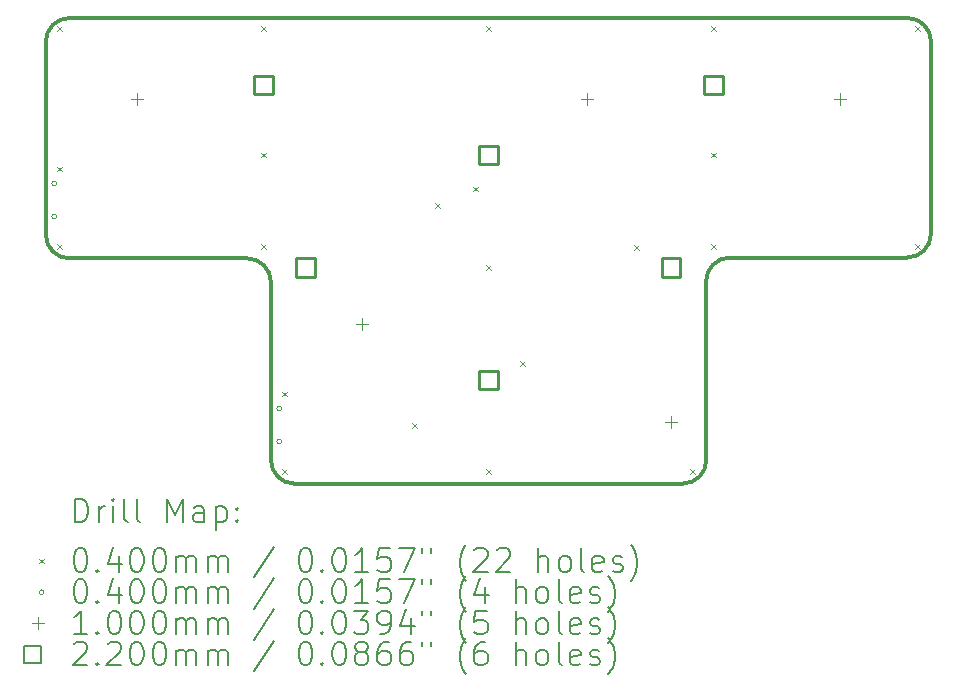
<source format=gbr>
%TF.GenerationSoftware,KiCad,Pcbnew,8.0.5*%
%TF.CreationDate,2024-09-18T06:53:53+09:00*%
%TF.ProjectId,SandyLP_Top,53616e64-794c-4505-9f54-6f702e6b6963,v.0*%
%TF.SameCoordinates,Original*%
%TF.FileFunction,Drillmap*%
%TF.FilePolarity,Positive*%
%FSLAX45Y45*%
G04 Gerber Fmt 4.5, Leading zero omitted, Abs format (unit mm)*
G04 Created by KiCad (PCBNEW 8.0.5) date 2024-09-18 06:53:53*
%MOMM*%
%LPD*%
G01*
G04 APERTURE LIST*
%ADD10C,0.300000*%
%ADD11C,0.200000*%
%ADD12C,0.100000*%
%ADD13C,0.220000*%
G04 APERTURE END LIST*
D10*
X12050531Y-5280337D02*
X12050531Y-3644707D01*
X12250531Y-5480337D02*
X13755531Y-5480337D01*
X13955531Y-7187626D02*
X13955531Y-5680336D01*
X14155531Y-7387626D02*
X17443022Y-7387415D01*
X17643022Y-7187415D02*
X17640531Y-5674258D01*
X17840531Y-5474258D02*
X19344281Y-5473258D01*
X19344281Y-3444707D02*
X12250531Y-3444707D01*
X19544281Y-5273258D02*
X19544281Y-3644707D01*
X12050531Y-3644707D02*
G75*
G02*
X12250531Y-3444707I200000J0D01*
G01*
X12250531Y-5480337D02*
G75*
G02*
X12050531Y-5280337I0J200000D01*
G01*
X13755531Y-5480337D02*
G75*
G02*
X13955531Y-5680336I0J-200000D01*
G01*
X14155531Y-7387626D02*
G75*
G02*
X13955531Y-7187626I0J200000D01*
G01*
X17640531Y-5674258D02*
G75*
G02*
X17840531Y-5474259I199994J5D01*
G01*
X17643022Y-7187415D02*
G75*
G02*
X17443022Y-7387415I-199992J-8D01*
G01*
X19344281Y-3444707D02*
G75*
G02*
X19544274Y-3644707I0J-199993D01*
G01*
X19544281Y-5273258D02*
G75*
G02*
X19344281Y-5473261I-200010J7D01*
G01*
D11*
D12*
X12146625Y-3513778D02*
X12186625Y-3553778D01*
X12186625Y-3513778D02*
X12146625Y-3553778D01*
X12146625Y-4704404D02*
X12186625Y-4744404D01*
X12186625Y-4704404D02*
X12146625Y-4744404D01*
X12146625Y-5359248D02*
X12186625Y-5399248D01*
X12186625Y-5359248D02*
X12146625Y-5399248D01*
X13873033Y-3513778D02*
X13913033Y-3553778D01*
X13913033Y-3513778D02*
X13873033Y-3553778D01*
X13873033Y-4585341D02*
X13913033Y-4625341D01*
X13913033Y-4585341D02*
X13873033Y-4625341D01*
X13873033Y-5359248D02*
X13913033Y-5399248D01*
X13913033Y-5359248D02*
X13873033Y-5399248D01*
X14051626Y-6609405D02*
X14091626Y-6649405D01*
X14091626Y-6609405D02*
X14051626Y-6649405D01*
X14051626Y-7264250D02*
X14091626Y-7304250D01*
X14091626Y-7264250D02*
X14051626Y-7304250D01*
X15153031Y-6877215D02*
X15193031Y-6917215D01*
X15193031Y-6877215D02*
X15153031Y-6917215D01*
X15348031Y-5015341D02*
X15388031Y-5055341D01*
X15388031Y-5015341D02*
X15348031Y-5055341D01*
X15668031Y-4872841D02*
X15708031Y-4912841D01*
X15708031Y-4872841D02*
X15668031Y-4912841D01*
X15778034Y-3513778D02*
X15818034Y-3553778D01*
X15818034Y-3513778D02*
X15778034Y-3553778D01*
X15778034Y-5537842D02*
X15818034Y-5577842D01*
X15818034Y-5537842D02*
X15778034Y-5577842D01*
X15778034Y-7264250D02*
X15818034Y-7304250D01*
X15818034Y-7264250D02*
X15778034Y-7304250D01*
X16068031Y-6352840D02*
X16108031Y-6392840D01*
X16108031Y-6352840D02*
X16068031Y-6392840D01*
X17030531Y-5367841D02*
X17070531Y-5407841D01*
X17070531Y-5367841D02*
X17030531Y-5407841D01*
X17504442Y-7264250D02*
X17544442Y-7304250D01*
X17544442Y-7264250D02*
X17504442Y-7304250D01*
X17683036Y-3513778D02*
X17723036Y-3553778D01*
X17723036Y-3513778D02*
X17683036Y-3553778D01*
X17683036Y-4585341D02*
X17723036Y-4625341D01*
X17723036Y-4585341D02*
X17683036Y-4625341D01*
X17683036Y-5359248D02*
X17723036Y-5399248D01*
X17723036Y-5359248D02*
X17683036Y-5399248D01*
X19409444Y-3513778D02*
X19449444Y-3553778D01*
X19449444Y-3513778D02*
X19409444Y-3553778D01*
X19409444Y-5359248D02*
X19449444Y-5399248D01*
X19449444Y-5359248D02*
X19409444Y-5399248D01*
X12140531Y-4845341D02*
G75*
G02*
X12100531Y-4845341I-20000J0D01*
G01*
X12100531Y-4845341D02*
G75*
G02*
X12140531Y-4845341I20000J0D01*
G01*
X12140531Y-5125341D02*
G75*
G02*
X12100531Y-5125341I-20000J0D01*
G01*
X12100531Y-5125341D02*
G75*
G02*
X12140531Y-5125341I20000J0D01*
G01*
X14045531Y-6750340D02*
G75*
G02*
X14005531Y-6750340I-20000J0D01*
G01*
X14005531Y-6750340D02*
G75*
G02*
X14045531Y-6750340I20000J0D01*
G01*
X14045531Y-7030340D02*
G75*
G02*
X14005531Y-7030340I-20000J0D01*
G01*
X14005531Y-7030340D02*
G75*
G02*
X14045531Y-7030340I20000J0D01*
G01*
X12821468Y-4079090D02*
X12821468Y-4179090D01*
X12771468Y-4129090D02*
X12871468Y-4129090D01*
X14726468Y-5984090D02*
X14726468Y-6084090D01*
X14676468Y-6034090D02*
X14776468Y-6034090D01*
X16631468Y-4079090D02*
X16631468Y-4179090D01*
X16581468Y-4129090D02*
X16681468Y-4129090D01*
X17345844Y-6817528D02*
X17345844Y-6917528D01*
X17295844Y-6867528D02*
X17395844Y-6867528D01*
X18774594Y-4079090D02*
X18774594Y-4179090D01*
X18724594Y-4129090D02*
X18824594Y-4129090D01*
D13*
X13970813Y-4087810D02*
X13970813Y-3932245D01*
X13815248Y-3932245D01*
X13815248Y-4087810D01*
X13970813Y-4087810D01*
X14328001Y-5635623D02*
X14328001Y-5480058D01*
X14172436Y-5480058D01*
X14172436Y-5635623D01*
X14328001Y-5635623D01*
X15875813Y-4683123D02*
X15875813Y-4527558D01*
X15720248Y-4527558D01*
X15720248Y-4683123D01*
X15875813Y-4683123D01*
X15875813Y-6588123D02*
X15875813Y-6432558D01*
X15720248Y-6432558D01*
X15720248Y-6588123D01*
X15875813Y-6588123D01*
X17423626Y-5635623D02*
X17423626Y-5480058D01*
X17268061Y-5480058D01*
X17268061Y-5635623D01*
X17423626Y-5635623D01*
X17780814Y-4087810D02*
X17780814Y-3932245D01*
X17625249Y-3932245D01*
X17625249Y-4087810D01*
X17780814Y-4087810D01*
D11*
X12296308Y-7714110D02*
X12296308Y-7514110D01*
X12296308Y-7514110D02*
X12343927Y-7514110D01*
X12343927Y-7514110D02*
X12372498Y-7523633D01*
X12372498Y-7523633D02*
X12391546Y-7542681D01*
X12391546Y-7542681D02*
X12401070Y-7561729D01*
X12401070Y-7561729D02*
X12410593Y-7599824D01*
X12410593Y-7599824D02*
X12410593Y-7628395D01*
X12410593Y-7628395D02*
X12401070Y-7666490D01*
X12401070Y-7666490D02*
X12391546Y-7685538D01*
X12391546Y-7685538D02*
X12372498Y-7704586D01*
X12372498Y-7704586D02*
X12343927Y-7714110D01*
X12343927Y-7714110D02*
X12296308Y-7714110D01*
X12496308Y-7714110D02*
X12496308Y-7580776D01*
X12496308Y-7618871D02*
X12505832Y-7599824D01*
X12505832Y-7599824D02*
X12515355Y-7590300D01*
X12515355Y-7590300D02*
X12534403Y-7580776D01*
X12534403Y-7580776D02*
X12553451Y-7580776D01*
X12620117Y-7714110D02*
X12620117Y-7580776D01*
X12620117Y-7514110D02*
X12610593Y-7523633D01*
X12610593Y-7523633D02*
X12620117Y-7533157D01*
X12620117Y-7533157D02*
X12629641Y-7523633D01*
X12629641Y-7523633D02*
X12620117Y-7514110D01*
X12620117Y-7514110D02*
X12620117Y-7533157D01*
X12743927Y-7714110D02*
X12724879Y-7704586D01*
X12724879Y-7704586D02*
X12715355Y-7685538D01*
X12715355Y-7685538D02*
X12715355Y-7514110D01*
X12848689Y-7714110D02*
X12829641Y-7704586D01*
X12829641Y-7704586D02*
X12820117Y-7685538D01*
X12820117Y-7685538D02*
X12820117Y-7514110D01*
X13077260Y-7714110D02*
X13077260Y-7514110D01*
X13077260Y-7514110D02*
X13143927Y-7656967D01*
X13143927Y-7656967D02*
X13210593Y-7514110D01*
X13210593Y-7514110D02*
X13210593Y-7714110D01*
X13391546Y-7714110D02*
X13391546Y-7609348D01*
X13391546Y-7609348D02*
X13382022Y-7590300D01*
X13382022Y-7590300D02*
X13362974Y-7580776D01*
X13362974Y-7580776D02*
X13324879Y-7580776D01*
X13324879Y-7580776D02*
X13305832Y-7590300D01*
X13391546Y-7704586D02*
X13372498Y-7714110D01*
X13372498Y-7714110D02*
X13324879Y-7714110D01*
X13324879Y-7714110D02*
X13305832Y-7704586D01*
X13305832Y-7704586D02*
X13296308Y-7685538D01*
X13296308Y-7685538D02*
X13296308Y-7666490D01*
X13296308Y-7666490D02*
X13305832Y-7647443D01*
X13305832Y-7647443D02*
X13324879Y-7637919D01*
X13324879Y-7637919D02*
X13372498Y-7637919D01*
X13372498Y-7637919D02*
X13391546Y-7628395D01*
X13486784Y-7580776D02*
X13486784Y-7780776D01*
X13486784Y-7590300D02*
X13505832Y-7580776D01*
X13505832Y-7580776D02*
X13543927Y-7580776D01*
X13543927Y-7580776D02*
X13562974Y-7590300D01*
X13562974Y-7590300D02*
X13572498Y-7599824D01*
X13572498Y-7599824D02*
X13582022Y-7618871D01*
X13582022Y-7618871D02*
X13582022Y-7676014D01*
X13582022Y-7676014D02*
X13572498Y-7695062D01*
X13572498Y-7695062D02*
X13562974Y-7704586D01*
X13562974Y-7704586D02*
X13543927Y-7714110D01*
X13543927Y-7714110D02*
X13505832Y-7714110D01*
X13505832Y-7714110D02*
X13486784Y-7704586D01*
X13667736Y-7695062D02*
X13677260Y-7704586D01*
X13677260Y-7704586D02*
X13667736Y-7714110D01*
X13667736Y-7714110D02*
X13658213Y-7704586D01*
X13658213Y-7704586D02*
X13667736Y-7695062D01*
X13667736Y-7695062D02*
X13667736Y-7714110D01*
X13667736Y-7590300D02*
X13677260Y-7599824D01*
X13677260Y-7599824D02*
X13667736Y-7609348D01*
X13667736Y-7609348D02*
X13658213Y-7599824D01*
X13658213Y-7599824D02*
X13667736Y-7590300D01*
X13667736Y-7590300D02*
X13667736Y-7609348D01*
D12*
X11995531Y-8022626D02*
X12035531Y-8062626D01*
X12035531Y-8022626D02*
X11995531Y-8062626D01*
D11*
X12334403Y-7934110D02*
X12353451Y-7934110D01*
X12353451Y-7934110D02*
X12372498Y-7943633D01*
X12372498Y-7943633D02*
X12382022Y-7953157D01*
X12382022Y-7953157D02*
X12391546Y-7972205D01*
X12391546Y-7972205D02*
X12401070Y-8010300D01*
X12401070Y-8010300D02*
X12401070Y-8057919D01*
X12401070Y-8057919D02*
X12391546Y-8096014D01*
X12391546Y-8096014D02*
X12382022Y-8115062D01*
X12382022Y-8115062D02*
X12372498Y-8124586D01*
X12372498Y-8124586D02*
X12353451Y-8134110D01*
X12353451Y-8134110D02*
X12334403Y-8134110D01*
X12334403Y-8134110D02*
X12315355Y-8124586D01*
X12315355Y-8124586D02*
X12305832Y-8115062D01*
X12305832Y-8115062D02*
X12296308Y-8096014D01*
X12296308Y-8096014D02*
X12286784Y-8057919D01*
X12286784Y-8057919D02*
X12286784Y-8010300D01*
X12286784Y-8010300D02*
X12296308Y-7972205D01*
X12296308Y-7972205D02*
X12305832Y-7953157D01*
X12305832Y-7953157D02*
X12315355Y-7943633D01*
X12315355Y-7943633D02*
X12334403Y-7934110D01*
X12486784Y-8115062D02*
X12496308Y-8124586D01*
X12496308Y-8124586D02*
X12486784Y-8134110D01*
X12486784Y-8134110D02*
X12477260Y-8124586D01*
X12477260Y-8124586D02*
X12486784Y-8115062D01*
X12486784Y-8115062D02*
X12486784Y-8134110D01*
X12667736Y-8000776D02*
X12667736Y-8134110D01*
X12620117Y-7924586D02*
X12572498Y-8067443D01*
X12572498Y-8067443D02*
X12696308Y-8067443D01*
X12810593Y-7934110D02*
X12829641Y-7934110D01*
X12829641Y-7934110D02*
X12848689Y-7943633D01*
X12848689Y-7943633D02*
X12858213Y-7953157D01*
X12858213Y-7953157D02*
X12867736Y-7972205D01*
X12867736Y-7972205D02*
X12877260Y-8010300D01*
X12877260Y-8010300D02*
X12877260Y-8057919D01*
X12877260Y-8057919D02*
X12867736Y-8096014D01*
X12867736Y-8096014D02*
X12858213Y-8115062D01*
X12858213Y-8115062D02*
X12848689Y-8124586D01*
X12848689Y-8124586D02*
X12829641Y-8134110D01*
X12829641Y-8134110D02*
X12810593Y-8134110D01*
X12810593Y-8134110D02*
X12791546Y-8124586D01*
X12791546Y-8124586D02*
X12782022Y-8115062D01*
X12782022Y-8115062D02*
X12772498Y-8096014D01*
X12772498Y-8096014D02*
X12762974Y-8057919D01*
X12762974Y-8057919D02*
X12762974Y-8010300D01*
X12762974Y-8010300D02*
X12772498Y-7972205D01*
X12772498Y-7972205D02*
X12782022Y-7953157D01*
X12782022Y-7953157D02*
X12791546Y-7943633D01*
X12791546Y-7943633D02*
X12810593Y-7934110D01*
X13001070Y-7934110D02*
X13020117Y-7934110D01*
X13020117Y-7934110D02*
X13039165Y-7943633D01*
X13039165Y-7943633D02*
X13048689Y-7953157D01*
X13048689Y-7953157D02*
X13058213Y-7972205D01*
X13058213Y-7972205D02*
X13067736Y-8010300D01*
X13067736Y-8010300D02*
X13067736Y-8057919D01*
X13067736Y-8057919D02*
X13058213Y-8096014D01*
X13058213Y-8096014D02*
X13048689Y-8115062D01*
X13048689Y-8115062D02*
X13039165Y-8124586D01*
X13039165Y-8124586D02*
X13020117Y-8134110D01*
X13020117Y-8134110D02*
X13001070Y-8134110D01*
X13001070Y-8134110D02*
X12982022Y-8124586D01*
X12982022Y-8124586D02*
X12972498Y-8115062D01*
X12972498Y-8115062D02*
X12962974Y-8096014D01*
X12962974Y-8096014D02*
X12953451Y-8057919D01*
X12953451Y-8057919D02*
X12953451Y-8010300D01*
X12953451Y-8010300D02*
X12962974Y-7972205D01*
X12962974Y-7972205D02*
X12972498Y-7953157D01*
X12972498Y-7953157D02*
X12982022Y-7943633D01*
X12982022Y-7943633D02*
X13001070Y-7934110D01*
X13153451Y-8134110D02*
X13153451Y-8000776D01*
X13153451Y-8019824D02*
X13162974Y-8010300D01*
X13162974Y-8010300D02*
X13182022Y-8000776D01*
X13182022Y-8000776D02*
X13210594Y-8000776D01*
X13210594Y-8000776D02*
X13229641Y-8010300D01*
X13229641Y-8010300D02*
X13239165Y-8029348D01*
X13239165Y-8029348D02*
X13239165Y-8134110D01*
X13239165Y-8029348D02*
X13248689Y-8010300D01*
X13248689Y-8010300D02*
X13267736Y-8000776D01*
X13267736Y-8000776D02*
X13296308Y-8000776D01*
X13296308Y-8000776D02*
X13315355Y-8010300D01*
X13315355Y-8010300D02*
X13324879Y-8029348D01*
X13324879Y-8029348D02*
X13324879Y-8134110D01*
X13420117Y-8134110D02*
X13420117Y-8000776D01*
X13420117Y-8019824D02*
X13429641Y-8010300D01*
X13429641Y-8010300D02*
X13448689Y-8000776D01*
X13448689Y-8000776D02*
X13477260Y-8000776D01*
X13477260Y-8000776D02*
X13496308Y-8010300D01*
X13496308Y-8010300D02*
X13505832Y-8029348D01*
X13505832Y-8029348D02*
X13505832Y-8134110D01*
X13505832Y-8029348D02*
X13515355Y-8010300D01*
X13515355Y-8010300D02*
X13534403Y-8000776D01*
X13534403Y-8000776D02*
X13562974Y-8000776D01*
X13562974Y-8000776D02*
X13582022Y-8010300D01*
X13582022Y-8010300D02*
X13591546Y-8029348D01*
X13591546Y-8029348D02*
X13591546Y-8134110D01*
X13982022Y-7924586D02*
X13810594Y-8181729D01*
X14239165Y-7934110D02*
X14258213Y-7934110D01*
X14258213Y-7934110D02*
X14277260Y-7943633D01*
X14277260Y-7943633D02*
X14286784Y-7953157D01*
X14286784Y-7953157D02*
X14296308Y-7972205D01*
X14296308Y-7972205D02*
X14305832Y-8010300D01*
X14305832Y-8010300D02*
X14305832Y-8057919D01*
X14305832Y-8057919D02*
X14296308Y-8096014D01*
X14296308Y-8096014D02*
X14286784Y-8115062D01*
X14286784Y-8115062D02*
X14277260Y-8124586D01*
X14277260Y-8124586D02*
X14258213Y-8134110D01*
X14258213Y-8134110D02*
X14239165Y-8134110D01*
X14239165Y-8134110D02*
X14220117Y-8124586D01*
X14220117Y-8124586D02*
X14210594Y-8115062D01*
X14210594Y-8115062D02*
X14201070Y-8096014D01*
X14201070Y-8096014D02*
X14191546Y-8057919D01*
X14191546Y-8057919D02*
X14191546Y-8010300D01*
X14191546Y-8010300D02*
X14201070Y-7972205D01*
X14201070Y-7972205D02*
X14210594Y-7953157D01*
X14210594Y-7953157D02*
X14220117Y-7943633D01*
X14220117Y-7943633D02*
X14239165Y-7934110D01*
X14391546Y-8115062D02*
X14401070Y-8124586D01*
X14401070Y-8124586D02*
X14391546Y-8134110D01*
X14391546Y-8134110D02*
X14382022Y-8124586D01*
X14382022Y-8124586D02*
X14391546Y-8115062D01*
X14391546Y-8115062D02*
X14391546Y-8134110D01*
X14524879Y-7934110D02*
X14543927Y-7934110D01*
X14543927Y-7934110D02*
X14562975Y-7943633D01*
X14562975Y-7943633D02*
X14572498Y-7953157D01*
X14572498Y-7953157D02*
X14582022Y-7972205D01*
X14582022Y-7972205D02*
X14591546Y-8010300D01*
X14591546Y-8010300D02*
X14591546Y-8057919D01*
X14591546Y-8057919D02*
X14582022Y-8096014D01*
X14582022Y-8096014D02*
X14572498Y-8115062D01*
X14572498Y-8115062D02*
X14562975Y-8124586D01*
X14562975Y-8124586D02*
X14543927Y-8134110D01*
X14543927Y-8134110D02*
X14524879Y-8134110D01*
X14524879Y-8134110D02*
X14505832Y-8124586D01*
X14505832Y-8124586D02*
X14496308Y-8115062D01*
X14496308Y-8115062D02*
X14486784Y-8096014D01*
X14486784Y-8096014D02*
X14477260Y-8057919D01*
X14477260Y-8057919D02*
X14477260Y-8010300D01*
X14477260Y-8010300D02*
X14486784Y-7972205D01*
X14486784Y-7972205D02*
X14496308Y-7953157D01*
X14496308Y-7953157D02*
X14505832Y-7943633D01*
X14505832Y-7943633D02*
X14524879Y-7934110D01*
X14782022Y-8134110D02*
X14667737Y-8134110D01*
X14724879Y-8134110D02*
X14724879Y-7934110D01*
X14724879Y-7934110D02*
X14705832Y-7962681D01*
X14705832Y-7962681D02*
X14686784Y-7981729D01*
X14686784Y-7981729D02*
X14667737Y-7991252D01*
X14962975Y-7934110D02*
X14867737Y-7934110D01*
X14867737Y-7934110D02*
X14858213Y-8029348D01*
X14858213Y-8029348D02*
X14867737Y-8019824D01*
X14867737Y-8019824D02*
X14886784Y-8010300D01*
X14886784Y-8010300D02*
X14934403Y-8010300D01*
X14934403Y-8010300D02*
X14953451Y-8019824D01*
X14953451Y-8019824D02*
X14962975Y-8029348D01*
X14962975Y-8029348D02*
X14972498Y-8048395D01*
X14972498Y-8048395D02*
X14972498Y-8096014D01*
X14972498Y-8096014D02*
X14962975Y-8115062D01*
X14962975Y-8115062D02*
X14953451Y-8124586D01*
X14953451Y-8124586D02*
X14934403Y-8134110D01*
X14934403Y-8134110D02*
X14886784Y-8134110D01*
X14886784Y-8134110D02*
X14867737Y-8124586D01*
X14867737Y-8124586D02*
X14858213Y-8115062D01*
X15039165Y-7934110D02*
X15172498Y-7934110D01*
X15172498Y-7934110D02*
X15086784Y-8134110D01*
X15239165Y-7934110D02*
X15239165Y-7972205D01*
X15315356Y-7934110D02*
X15315356Y-7972205D01*
X15610594Y-8210300D02*
X15601070Y-8200776D01*
X15601070Y-8200776D02*
X15582022Y-8172205D01*
X15582022Y-8172205D02*
X15572499Y-8153157D01*
X15572499Y-8153157D02*
X15562975Y-8124586D01*
X15562975Y-8124586D02*
X15553451Y-8076967D01*
X15553451Y-8076967D02*
X15553451Y-8038871D01*
X15553451Y-8038871D02*
X15562975Y-7991252D01*
X15562975Y-7991252D02*
X15572499Y-7962681D01*
X15572499Y-7962681D02*
X15582022Y-7943633D01*
X15582022Y-7943633D02*
X15601070Y-7915062D01*
X15601070Y-7915062D02*
X15610594Y-7905538D01*
X15677260Y-7953157D02*
X15686784Y-7943633D01*
X15686784Y-7943633D02*
X15705832Y-7934110D01*
X15705832Y-7934110D02*
X15753451Y-7934110D01*
X15753451Y-7934110D02*
X15772499Y-7943633D01*
X15772499Y-7943633D02*
X15782022Y-7953157D01*
X15782022Y-7953157D02*
X15791546Y-7972205D01*
X15791546Y-7972205D02*
X15791546Y-7991252D01*
X15791546Y-7991252D02*
X15782022Y-8019824D01*
X15782022Y-8019824D02*
X15667737Y-8134110D01*
X15667737Y-8134110D02*
X15791546Y-8134110D01*
X15867737Y-7953157D02*
X15877260Y-7943633D01*
X15877260Y-7943633D02*
X15896308Y-7934110D01*
X15896308Y-7934110D02*
X15943927Y-7934110D01*
X15943927Y-7934110D02*
X15962975Y-7943633D01*
X15962975Y-7943633D02*
X15972499Y-7953157D01*
X15972499Y-7953157D02*
X15982022Y-7972205D01*
X15982022Y-7972205D02*
X15982022Y-7991252D01*
X15982022Y-7991252D02*
X15972499Y-8019824D01*
X15972499Y-8019824D02*
X15858213Y-8134110D01*
X15858213Y-8134110D02*
X15982022Y-8134110D01*
X16220118Y-8134110D02*
X16220118Y-7934110D01*
X16305832Y-8134110D02*
X16305832Y-8029348D01*
X16305832Y-8029348D02*
X16296308Y-8010300D01*
X16296308Y-8010300D02*
X16277261Y-8000776D01*
X16277261Y-8000776D02*
X16248689Y-8000776D01*
X16248689Y-8000776D02*
X16229641Y-8010300D01*
X16229641Y-8010300D02*
X16220118Y-8019824D01*
X16429641Y-8134110D02*
X16410594Y-8124586D01*
X16410594Y-8124586D02*
X16401070Y-8115062D01*
X16401070Y-8115062D02*
X16391546Y-8096014D01*
X16391546Y-8096014D02*
X16391546Y-8038871D01*
X16391546Y-8038871D02*
X16401070Y-8019824D01*
X16401070Y-8019824D02*
X16410594Y-8010300D01*
X16410594Y-8010300D02*
X16429641Y-8000776D01*
X16429641Y-8000776D02*
X16458213Y-8000776D01*
X16458213Y-8000776D02*
X16477261Y-8010300D01*
X16477261Y-8010300D02*
X16486784Y-8019824D01*
X16486784Y-8019824D02*
X16496308Y-8038871D01*
X16496308Y-8038871D02*
X16496308Y-8096014D01*
X16496308Y-8096014D02*
X16486784Y-8115062D01*
X16486784Y-8115062D02*
X16477261Y-8124586D01*
X16477261Y-8124586D02*
X16458213Y-8134110D01*
X16458213Y-8134110D02*
X16429641Y-8134110D01*
X16610594Y-8134110D02*
X16591546Y-8124586D01*
X16591546Y-8124586D02*
X16582022Y-8105538D01*
X16582022Y-8105538D02*
X16582022Y-7934110D01*
X16762975Y-8124586D02*
X16743927Y-8134110D01*
X16743927Y-8134110D02*
X16705832Y-8134110D01*
X16705832Y-8134110D02*
X16686784Y-8124586D01*
X16686784Y-8124586D02*
X16677261Y-8105538D01*
X16677261Y-8105538D02*
X16677261Y-8029348D01*
X16677261Y-8029348D02*
X16686784Y-8010300D01*
X16686784Y-8010300D02*
X16705832Y-8000776D01*
X16705832Y-8000776D02*
X16743927Y-8000776D01*
X16743927Y-8000776D02*
X16762975Y-8010300D01*
X16762975Y-8010300D02*
X16772499Y-8029348D01*
X16772499Y-8029348D02*
X16772499Y-8048395D01*
X16772499Y-8048395D02*
X16677261Y-8067443D01*
X16848689Y-8124586D02*
X16867737Y-8134110D01*
X16867737Y-8134110D02*
X16905832Y-8134110D01*
X16905832Y-8134110D02*
X16924880Y-8124586D01*
X16924880Y-8124586D02*
X16934404Y-8105538D01*
X16934404Y-8105538D02*
X16934404Y-8096014D01*
X16934404Y-8096014D02*
X16924880Y-8076967D01*
X16924880Y-8076967D02*
X16905832Y-8067443D01*
X16905832Y-8067443D02*
X16877261Y-8067443D01*
X16877261Y-8067443D02*
X16858213Y-8057919D01*
X16858213Y-8057919D02*
X16848689Y-8038871D01*
X16848689Y-8038871D02*
X16848689Y-8029348D01*
X16848689Y-8029348D02*
X16858213Y-8010300D01*
X16858213Y-8010300D02*
X16877261Y-8000776D01*
X16877261Y-8000776D02*
X16905832Y-8000776D01*
X16905832Y-8000776D02*
X16924880Y-8010300D01*
X17001070Y-8210300D02*
X17010594Y-8200776D01*
X17010594Y-8200776D02*
X17029642Y-8172205D01*
X17029642Y-8172205D02*
X17039165Y-8153157D01*
X17039165Y-8153157D02*
X17048689Y-8124586D01*
X17048689Y-8124586D02*
X17058213Y-8076967D01*
X17058213Y-8076967D02*
X17058213Y-8038871D01*
X17058213Y-8038871D02*
X17048689Y-7991252D01*
X17048689Y-7991252D02*
X17039165Y-7962681D01*
X17039165Y-7962681D02*
X17029642Y-7943633D01*
X17029642Y-7943633D02*
X17010594Y-7915062D01*
X17010594Y-7915062D02*
X17001070Y-7905538D01*
D12*
X12035531Y-8306626D02*
G75*
G02*
X11995531Y-8306626I-20000J0D01*
G01*
X11995531Y-8306626D02*
G75*
G02*
X12035531Y-8306626I20000J0D01*
G01*
D11*
X12334403Y-8198110D02*
X12353451Y-8198110D01*
X12353451Y-8198110D02*
X12372498Y-8207633D01*
X12372498Y-8207633D02*
X12382022Y-8217157D01*
X12382022Y-8217157D02*
X12391546Y-8236205D01*
X12391546Y-8236205D02*
X12401070Y-8274300D01*
X12401070Y-8274300D02*
X12401070Y-8321919D01*
X12401070Y-8321919D02*
X12391546Y-8360014D01*
X12391546Y-8360014D02*
X12382022Y-8379062D01*
X12382022Y-8379062D02*
X12372498Y-8388586D01*
X12372498Y-8388586D02*
X12353451Y-8398110D01*
X12353451Y-8398110D02*
X12334403Y-8398110D01*
X12334403Y-8398110D02*
X12315355Y-8388586D01*
X12315355Y-8388586D02*
X12305832Y-8379062D01*
X12305832Y-8379062D02*
X12296308Y-8360014D01*
X12296308Y-8360014D02*
X12286784Y-8321919D01*
X12286784Y-8321919D02*
X12286784Y-8274300D01*
X12286784Y-8274300D02*
X12296308Y-8236205D01*
X12296308Y-8236205D02*
X12305832Y-8217157D01*
X12305832Y-8217157D02*
X12315355Y-8207633D01*
X12315355Y-8207633D02*
X12334403Y-8198110D01*
X12486784Y-8379062D02*
X12496308Y-8388586D01*
X12496308Y-8388586D02*
X12486784Y-8398110D01*
X12486784Y-8398110D02*
X12477260Y-8388586D01*
X12477260Y-8388586D02*
X12486784Y-8379062D01*
X12486784Y-8379062D02*
X12486784Y-8398110D01*
X12667736Y-8264776D02*
X12667736Y-8398110D01*
X12620117Y-8188586D02*
X12572498Y-8331443D01*
X12572498Y-8331443D02*
X12696308Y-8331443D01*
X12810593Y-8198110D02*
X12829641Y-8198110D01*
X12829641Y-8198110D02*
X12848689Y-8207633D01*
X12848689Y-8207633D02*
X12858213Y-8217157D01*
X12858213Y-8217157D02*
X12867736Y-8236205D01*
X12867736Y-8236205D02*
X12877260Y-8274300D01*
X12877260Y-8274300D02*
X12877260Y-8321919D01*
X12877260Y-8321919D02*
X12867736Y-8360014D01*
X12867736Y-8360014D02*
X12858213Y-8379062D01*
X12858213Y-8379062D02*
X12848689Y-8388586D01*
X12848689Y-8388586D02*
X12829641Y-8398110D01*
X12829641Y-8398110D02*
X12810593Y-8398110D01*
X12810593Y-8398110D02*
X12791546Y-8388586D01*
X12791546Y-8388586D02*
X12782022Y-8379062D01*
X12782022Y-8379062D02*
X12772498Y-8360014D01*
X12772498Y-8360014D02*
X12762974Y-8321919D01*
X12762974Y-8321919D02*
X12762974Y-8274300D01*
X12762974Y-8274300D02*
X12772498Y-8236205D01*
X12772498Y-8236205D02*
X12782022Y-8217157D01*
X12782022Y-8217157D02*
X12791546Y-8207633D01*
X12791546Y-8207633D02*
X12810593Y-8198110D01*
X13001070Y-8198110D02*
X13020117Y-8198110D01*
X13020117Y-8198110D02*
X13039165Y-8207633D01*
X13039165Y-8207633D02*
X13048689Y-8217157D01*
X13048689Y-8217157D02*
X13058213Y-8236205D01*
X13058213Y-8236205D02*
X13067736Y-8274300D01*
X13067736Y-8274300D02*
X13067736Y-8321919D01*
X13067736Y-8321919D02*
X13058213Y-8360014D01*
X13058213Y-8360014D02*
X13048689Y-8379062D01*
X13048689Y-8379062D02*
X13039165Y-8388586D01*
X13039165Y-8388586D02*
X13020117Y-8398110D01*
X13020117Y-8398110D02*
X13001070Y-8398110D01*
X13001070Y-8398110D02*
X12982022Y-8388586D01*
X12982022Y-8388586D02*
X12972498Y-8379062D01*
X12972498Y-8379062D02*
X12962974Y-8360014D01*
X12962974Y-8360014D02*
X12953451Y-8321919D01*
X12953451Y-8321919D02*
X12953451Y-8274300D01*
X12953451Y-8274300D02*
X12962974Y-8236205D01*
X12962974Y-8236205D02*
X12972498Y-8217157D01*
X12972498Y-8217157D02*
X12982022Y-8207633D01*
X12982022Y-8207633D02*
X13001070Y-8198110D01*
X13153451Y-8398110D02*
X13153451Y-8264776D01*
X13153451Y-8283824D02*
X13162974Y-8274300D01*
X13162974Y-8274300D02*
X13182022Y-8264776D01*
X13182022Y-8264776D02*
X13210594Y-8264776D01*
X13210594Y-8264776D02*
X13229641Y-8274300D01*
X13229641Y-8274300D02*
X13239165Y-8293348D01*
X13239165Y-8293348D02*
X13239165Y-8398110D01*
X13239165Y-8293348D02*
X13248689Y-8274300D01*
X13248689Y-8274300D02*
X13267736Y-8264776D01*
X13267736Y-8264776D02*
X13296308Y-8264776D01*
X13296308Y-8264776D02*
X13315355Y-8274300D01*
X13315355Y-8274300D02*
X13324879Y-8293348D01*
X13324879Y-8293348D02*
X13324879Y-8398110D01*
X13420117Y-8398110D02*
X13420117Y-8264776D01*
X13420117Y-8283824D02*
X13429641Y-8274300D01*
X13429641Y-8274300D02*
X13448689Y-8264776D01*
X13448689Y-8264776D02*
X13477260Y-8264776D01*
X13477260Y-8264776D02*
X13496308Y-8274300D01*
X13496308Y-8274300D02*
X13505832Y-8293348D01*
X13505832Y-8293348D02*
X13505832Y-8398110D01*
X13505832Y-8293348D02*
X13515355Y-8274300D01*
X13515355Y-8274300D02*
X13534403Y-8264776D01*
X13534403Y-8264776D02*
X13562974Y-8264776D01*
X13562974Y-8264776D02*
X13582022Y-8274300D01*
X13582022Y-8274300D02*
X13591546Y-8293348D01*
X13591546Y-8293348D02*
X13591546Y-8398110D01*
X13982022Y-8188586D02*
X13810594Y-8445729D01*
X14239165Y-8198110D02*
X14258213Y-8198110D01*
X14258213Y-8198110D02*
X14277260Y-8207633D01*
X14277260Y-8207633D02*
X14286784Y-8217157D01*
X14286784Y-8217157D02*
X14296308Y-8236205D01*
X14296308Y-8236205D02*
X14305832Y-8274300D01*
X14305832Y-8274300D02*
X14305832Y-8321919D01*
X14305832Y-8321919D02*
X14296308Y-8360014D01*
X14296308Y-8360014D02*
X14286784Y-8379062D01*
X14286784Y-8379062D02*
X14277260Y-8388586D01*
X14277260Y-8388586D02*
X14258213Y-8398110D01*
X14258213Y-8398110D02*
X14239165Y-8398110D01*
X14239165Y-8398110D02*
X14220117Y-8388586D01*
X14220117Y-8388586D02*
X14210594Y-8379062D01*
X14210594Y-8379062D02*
X14201070Y-8360014D01*
X14201070Y-8360014D02*
X14191546Y-8321919D01*
X14191546Y-8321919D02*
X14191546Y-8274300D01*
X14191546Y-8274300D02*
X14201070Y-8236205D01*
X14201070Y-8236205D02*
X14210594Y-8217157D01*
X14210594Y-8217157D02*
X14220117Y-8207633D01*
X14220117Y-8207633D02*
X14239165Y-8198110D01*
X14391546Y-8379062D02*
X14401070Y-8388586D01*
X14401070Y-8388586D02*
X14391546Y-8398110D01*
X14391546Y-8398110D02*
X14382022Y-8388586D01*
X14382022Y-8388586D02*
X14391546Y-8379062D01*
X14391546Y-8379062D02*
X14391546Y-8398110D01*
X14524879Y-8198110D02*
X14543927Y-8198110D01*
X14543927Y-8198110D02*
X14562975Y-8207633D01*
X14562975Y-8207633D02*
X14572498Y-8217157D01*
X14572498Y-8217157D02*
X14582022Y-8236205D01*
X14582022Y-8236205D02*
X14591546Y-8274300D01*
X14591546Y-8274300D02*
X14591546Y-8321919D01*
X14591546Y-8321919D02*
X14582022Y-8360014D01*
X14582022Y-8360014D02*
X14572498Y-8379062D01*
X14572498Y-8379062D02*
X14562975Y-8388586D01*
X14562975Y-8388586D02*
X14543927Y-8398110D01*
X14543927Y-8398110D02*
X14524879Y-8398110D01*
X14524879Y-8398110D02*
X14505832Y-8388586D01*
X14505832Y-8388586D02*
X14496308Y-8379062D01*
X14496308Y-8379062D02*
X14486784Y-8360014D01*
X14486784Y-8360014D02*
X14477260Y-8321919D01*
X14477260Y-8321919D02*
X14477260Y-8274300D01*
X14477260Y-8274300D02*
X14486784Y-8236205D01*
X14486784Y-8236205D02*
X14496308Y-8217157D01*
X14496308Y-8217157D02*
X14505832Y-8207633D01*
X14505832Y-8207633D02*
X14524879Y-8198110D01*
X14782022Y-8398110D02*
X14667737Y-8398110D01*
X14724879Y-8398110D02*
X14724879Y-8198110D01*
X14724879Y-8198110D02*
X14705832Y-8226681D01*
X14705832Y-8226681D02*
X14686784Y-8245729D01*
X14686784Y-8245729D02*
X14667737Y-8255252D01*
X14962975Y-8198110D02*
X14867737Y-8198110D01*
X14867737Y-8198110D02*
X14858213Y-8293348D01*
X14858213Y-8293348D02*
X14867737Y-8283824D01*
X14867737Y-8283824D02*
X14886784Y-8274300D01*
X14886784Y-8274300D02*
X14934403Y-8274300D01*
X14934403Y-8274300D02*
X14953451Y-8283824D01*
X14953451Y-8283824D02*
X14962975Y-8293348D01*
X14962975Y-8293348D02*
X14972498Y-8312395D01*
X14972498Y-8312395D02*
X14972498Y-8360014D01*
X14972498Y-8360014D02*
X14962975Y-8379062D01*
X14962975Y-8379062D02*
X14953451Y-8388586D01*
X14953451Y-8388586D02*
X14934403Y-8398110D01*
X14934403Y-8398110D02*
X14886784Y-8398110D01*
X14886784Y-8398110D02*
X14867737Y-8388586D01*
X14867737Y-8388586D02*
X14858213Y-8379062D01*
X15039165Y-8198110D02*
X15172498Y-8198110D01*
X15172498Y-8198110D02*
X15086784Y-8398110D01*
X15239165Y-8198110D02*
X15239165Y-8236205D01*
X15315356Y-8198110D02*
X15315356Y-8236205D01*
X15610594Y-8474300D02*
X15601070Y-8464776D01*
X15601070Y-8464776D02*
X15582022Y-8436205D01*
X15582022Y-8436205D02*
X15572499Y-8417157D01*
X15572499Y-8417157D02*
X15562975Y-8388586D01*
X15562975Y-8388586D02*
X15553451Y-8340967D01*
X15553451Y-8340967D02*
X15553451Y-8302871D01*
X15553451Y-8302871D02*
X15562975Y-8255252D01*
X15562975Y-8255252D02*
X15572499Y-8226681D01*
X15572499Y-8226681D02*
X15582022Y-8207633D01*
X15582022Y-8207633D02*
X15601070Y-8179062D01*
X15601070Y-8179062D02*
X15610594Y-8169538D01*
X15772499Y-8264776D02*
X15772499Y-8398110D01*
X15724879Y-8188586D02*
X15677260Y-8331443D01*
X15677260Y-8331443D02*
X15801070Y-8331443D01*
X16029641Y-8398110D02*
X16029641Y-8198110D01*
X16115356Y-8398110D02*
X16115356Y-8293348D01*
X16115356Y-8293348D02*
X16105832Y-8274300D01*
X16105832Y-8274300D02*
X16086784Y-8264776D01*
X16086784Y-8264776D02*
X16058213Y-8264776D01*
X16058213Y-8264776D02*
X16039165Y-8274300D01*
X16039165Y-8274300D02*
X16029641Y-8283824D01*
X16239165Y-8398110D02*
X16220118Y-8388586D01*
X16220118Y-8388586D02*
X16210594Y-8379062D01*
X16210594Y-8379062D02*
X16201070Y-8360014D01*
X16201070Y-8360014D02*
X16201070Y-8302871D01*
X16201070Y-8302871D02*
X16210594Y-8283824D01*
X16210594Y-8283824D02*
X16220118Y-8274300D01*
X16220118Y-8274300D02*
X16239165Y-8264776D01*
X16239165Y-8264776D02*
X16267737Y-8264776D01*
X16267737Y-8264776D02*
X16286784Y-8274300D01*
X16286784Y-8274300D02*
X16296308Y-8283824D01*
X16296308Y-8283824D02*
X16305832Y-8302871D01*
X16305832Y-8302871D02*
X16305832Y-8360014D01*
X16305832Y-8360014D02*
X16296308Y-8379062D01*
X16296308Y-8379062D02*
X16286784Y-8388586D01*
X16286784Y-8388586D02*
X16267737Y-8398110D01*
X16267737Y-8398110D02*
X16239165Y-8398110D01*
X16420118Y-8398110D02*
X16401070Y-8388586D01*
X16401070Y-8388586D02*
X16391546Y-8369538D01*
X16391546Y-8369538D02*
X16391546Y-8198110D01*
X16572499Y-8388586D02*
X16553451Y-8398110D01*
X16553451Y-8398110D02*
X16515356Y-8398110D01*
X16515356Y-8398110D02*
X16496308Y-8388586D01*
X16496308Y-8388586D02*
X16486784Y-8369538D01*
X16486784Y-8369538D02*
X16486784Y-8293348D01*
X16486784Y-8293348D02*
X16496308Y-8274300D01*
X16496308Y-8274300D02*
X16515356Y-8264776D01*
X16515356Y-8264776D02*
X16553451Y-8264776D01*
X16553451Y-8264776D02*
X16572499Y-8274300D01*
X16572499Y-8274300D02*
X16582022Y-8293348D01*
X16582022Y-8293348D02*
X16582022Y-8312395D01*
X16582022Y-8312395D02*
X16486784Y-8331443D01*
X16658213Y-8388586D02*
X16677261Y-8398110D01*
X16677261Y-8398110D02*
X16715356Y-8398110D01*
X16715356Y-8398110D02*
X16734403Y-8388586D01*
X16734403Y-8388586D02*
X16743927Y-8369538D01*
X16743927Y-8369538D02*
X16743927Y-8360014D01*
X16743927Y-8360014D02*
X16734403Y-8340967D01*
X16734403Y-8340967D02*
X16715356Y-8331443D01*
X16715356Y-8331443D02*
X16686784Y-8331443D01*
X16686784Y-8331443D02*
X16667737Y-8321919D01*
X16667737Y-8321919D02*
X16658213Y-8302871D01*
X16658213Y-8302871D02*
X16658213Y-8293348D01*
X16658213Y-8293348D02*
X16667737Y-8274300D01*
X16667737Y-8274300D02*
X16686784Y-8264776D01*
X16686784Y-8264776D02*
X16715356Y-8264776D01*
X16715356Y-8264776D02*
X16734403Y-8274300D01*
X16810594Y-8474300D02*
X16820118Y-8464776D01*
X16820118Y-8464776D02*
X16839165Y-8436205D01*
X16839165Y-8436205D02*
X16848689Y-8417157D01*
X16848689Y-8417157D02*
X16858213Y-8388586D01*
X16858213Y-8388586D02*
X16867737Y-8340967D01*
X16867737Y-8340967D02*
X16867737Y-8302871D01*
X16867737Y-8302871D02*
X16858213Y-8255252D01*
X16858213Y-8255252D02*
X16848689Y-8226681D01*
X16848689Y-8226681D02*
X16839165Y-8207633D01*
X16839165Y-8207633D02*
X16820118Y-8179062D01*
X16820118Y-8179062D02*
X16810594Y-8169538D01*
D12*
X11985531Y-8520626D02*
X11985531Y-8620626D01*
X11935531Y-8570626D02*
X12035531Y-8570626D01*
D11*
X12401070Y-8662110D02*
X12286784Y-8662110D01*
X12343927Y-8662110D02*
X12343927Y-8462110D01*
X12343927Y-8462110D02*
X12324879Y-8490681D01*
X12324879Y-8490681D02*
X12305832Y-8509729D01*
X12305832Y-8509729D02*
X12286784Y-8519252D01*
X12486784Y-8643062D02*
X12496308Y-8652586D01*
X12496308Y-8652586D02*
X12486784Y-8662110D01*
X12486784Y-8662110D02*
X12477260Y-8652586D01*
X12477260Y-8652586D02*
X12486784Y-8643062D01*
X12486784Y-8643062D02*
X12486784Y-8662110D01*
X12620117Y-8462110D02*
X12639165Y-8462110D01*
X12639165Y-8462110D02*
X12658213Y-8471633D01*
X12658213Y-8471633D02*
X12667736Y-8481157D01*
X12667736Y-8481157D02*
X12677260Y-8500205D01*
X12677260Y-8500205D02*
X12686784Y-8538300D01*
X12686784Y-8538300D02*
X12686784Y-8585919D01*
X12686784Y-8585919D02*
X12677260Y-8624014D01*
X12677260Y-8624014D02*
X12667736Y-8643062D01*
X12667736Y-8643062D02*
X12658213Y-8652586D01*
X12658213Y-8652586D02*
X12639165Y-8662110D01*
X12639165Y-8662110D02*
X12620117Y-8662110D01*
X12620117Y-8662110D02*
X12601070Y-8652586D01*
X12601070Y-8652586D02*
X12591546Y-8643062D01*
X12591546Y-8643062D02*
X12582022Y-8624014D01*
X12582022Y-8624014D02*
X12572498Y-8585919D01*
X12572498Y-8585919D02*
X12572498Y-8538300D01*
X12572498Y-8538300D02*
X12582022Y-8500205D01*
X12582022Y-8500205D02*
X12591546Y-8481157D01*
X12591546Y-8481157D02*
X12601070Y-8471633D01*
X12601070Y-8471633D02*
X12620117Y-8462110D01*
X12810593Y-8462110D02*
X12829641Y-8462110D01*
X12829641Y-8462110D02*
X12848689Y-8471633D01*
X12848689Y-8471633D02*
X12858213Y-8481157D01*
X12858213Y-8481157D02*
X12867736Y-8500205D01*
X12867736Y-8500205D02*
X12877260Y-8538300D01*
X12877260Y-8538300D02*
X12877260Y-8585919D01*
X12877260Y-8585919D02*
X12867736Y-8624014D01*
X12867736Y-8624014D02*
X12858213Y-8643062D01*
X12858213Y-8643062D02*
X12848689Y-8652586D01*
X12848689Y-8652586D02*
X12829641Y-8662110D01*
X12829641Y-8662110D02*
X12810593Y-8662110D01*
X12810593Y-8662110D02*
X12791546Y-8652586D01*
X12791546Y-8652586D02*
X12782022Y-8643062D01*
X12782022Y-8643062D02*
X12772498Y-8624014D01*
X12772498Y-8624014D02*
X12762974Y-8585919D01*
X12762974Y-8585919D02*
X12762974Y-8538300D01*
X12762974Y-8538300D02*
X12772498Y-8500205D01*
X12772498Y-8500205D02*
X12782022Y-8481157D01*
X12782022Y-8481157D02*
X12791546Y-8471633D01*
X12791546Y-8471633D02*
X12810593Y-8462110D01*
X13001070Y-8462110D02*
X13020117Y-8462110D01*
X13020117Y-8462110D02*
X13039165Y-8471633D01*
X13039165Y-8471633D02*
X13048689Y-8481157D01*
X13048689Y-8481157D02*
X13058213Y-8500205D01*
X13058213Y-8500205D02*
X13067736Y-8538300D01*
X13067736Y-8538300D02*
X13067736Y-8585919D01*
X13067736Y-8585919D02*
X13058213Y-8624014D01*
X13058213Y-8624014D02*
X13048689Y-8643062D01*
X13048689Y-8643062D02*
X13039165Y-8652586D01*
X13039165Y-8652586D02*
X13020117Y-8662110D01*
X13020117Y-8662110D02*
X13001070Y-8662110D01*
X13001070Y-8662110D02*
X12982022Y-8652586D01*
X12982022Y-8652586D02*
X12972498Y-8643062D01*
X12972498Y-8643062D02*
X12962974Y-8624014D01*
X12962974Y-8624014D02*
X12953451Y-8585919D01*
X12953451Y-8585919D02*
X12953451Y-8538300D01*
X12953451Y-8538300D02*
X12962974Y-8500205D01*
X12962974Y-8500205D02*
X12972498Y-8481157D01*
X12972498Y-8481157D02*
X12982022Y-8471633D01*
X12982022Y-8471633D02*
X13001070Y-8462110D01*
X13153451Y-8662110D02*
X13153451Y-8528776D01*
X13153451Y-8547824D02*
X13162974Y-8538300D01*
X13162974Y-8538300D02*
X13182022Y-8528776D01*
X13182022Y-8528776D02*
X13210594Y-8528776D01*
X13210594Y-8528776D02*
X13229641Y-8538300D01*
X13229641Y-8538300D02*
X13239165Y-8557348D01*
X13239165Y-8557348D02*
X13239165Y-8662110D01*
X13239165Y-8557348D02*
X13248689Y-8538300D01*
X13248689Y-8538300D02*
X13267736Y-8528776D01*
X13267736Y-8528776D02*
X13296308Y-8528776D01*
X13296308Y-8528776D02*
X13315355Y-8538300D01*
X13315355Y-8538300D02*
X13324879Y-8557348D01*
X13324879Y-8557348D02*
X13324879Y-8662110D01*
X13420117Y-8662110D02*
X13420117Y-8528776D01*
X13420117Y-8547824D02*
X13429641Y-8538300D01*
X13429641Y-8538300D02*
X13448689Y-8528776D01*
X13448689Y-8528776D02*
X13477260Y-8528776D01*
X13477260Y-8528776D02*
X13496308Y-8538300D01*
X13496308Y-8538300D02*
X13505832Y-8557348D01*
X13505832Y-8557348D02*
X13505832Y-8662110D01*
X13505832Y-8557348D02*
X13515355Y-8538300D01*
X13515355Y-8538300D02*
X13534403Y-8528776D01*
X13534403Y-8528776D02*
X13562974Y-8528776D01*
X13562974Y-8528776D02*
X13582022Y-8538300D01*
X13582022Y-8538300D02*
X13591546Y-8557348D01*
X13591546Y-8557348D02*
X13591546Y-8662110D01*
X13982022Y-8452586D02*
X13810594Y-8709729D01*
X14239165Y-8462110D02*
X14258213Y-8462110D01*
X14258213Y-8462110D02*
X14277260Y-8471633D01*
X14277260Y-8471633D02*
X14286784Y-8481157D01*
X14286784Y-8481157D02*
X14296308Y-8500205D01*
X14296308Y-8500205D02*
X14305832Y-8538300D01*
X14305832Y-8538300D02*
X14305832Y-8585919D01*
X14305832Y-8585919D02*
X14296308Y-8624014D01*
X14296308Y-8624014D02*
X14286784Y-8643062D01*
X14286784Y-8643062D02*
X14277260Y-8652586D01*
X14277260Y-8652586D02*
X14258213Y-8662110D01*
X14258213Y-8662110D02*
X14239165Y-8662110D01*
X14239165Y-8662110D02*
X14220117Y-8652586D01*
X14220117Y-8652586D02*
X14210594Y-8643062D01*
X14210594Y-8643062D02*
X14201070Y-8624014D01*
X14201070Y-8624014D02*
X14191546Y-8585919D01*
X14191546Y-8585919D02*
X14191546Y-8538300D01*
X14191546Y-8538300D02*
X14201070Y-8500205D01*
X14201070Y-8500205D02*
X14210594Y-8481157D01*
X14210594Y-8481157D02*
X14220117Y-8471633D01*
X14220117Y-8471633D02*
X14239165Y-8462110D01*
X14391546Y-8643062D02*
X14401070Y-8652586D01*
X14401070Y-8652586D02*
X14391546Y-8662110D01*
X14391546Y-8662110D02*
X14382022Y-8652586D01*
X14382022Y-8652586D02*
X14391546Y-8643062D01*
X14391546Y-8643062D02*
X14391546Y-8662110D01*
X14524879Y-8462110D02*
X14543927Y-8462110D01*
X14543927Y-8462110D02*
X14562975Y-8471633D01*
X14562975Y-8471633D02*
X14572498Y-8481157D01*
X14572498Y-8481157D02*
X14582022Y-8500205D01*
X14582022Y-8500205D02*
X14591546Y-8538300D01*
X14591546Y-8538300D02*
X14591546Y-8585919D01*
X14591546Y-8585919D02*
X14582022Y-8624014D01*
X14582022Y-8624014D02*
X14572498Y-8643062D01*
X14572498Y-8643062D02*
X14562975Y-8652586D01*
X14562975Y-8652586D02*
X14543927Y-8662110D01*
X14543927Y-8662110D02*
X14524879Y-8662110D01*
X14524879Y-8662110D02*
X14505832Y-8652586D01*
X14505832Y-8652586D02*
X14496308Y-8643062D01*
X14496308Y-8643062D02*
X14486784Y-8624014D01*
X14486784Y-8624014D02*
X14477260Y-8585919D01*
X14477260Y-8585919D02*
X14477260Y-8538300D01*
X14477260Y-8538300D02*
X14486784Y-8500205D01*
X14486784Y-8500205D02*
X14496308Y-8481157D01*
X14496308Y-8481157D02*
X14505832Y-8471633D01*
X14505832Y-8471633D02*
X14524879Y-8462110D01*
X14658213Y-8462110D02*
X14782022Y-8462110D01*
X14782022Y-8462110D02*
X14715356Y-8538300D01*
X14715356Y-8538300D02*
X14743927Y-8538300D01*
X14743927Y-8538300D02*
X14762975Y-8547824D01*
X14762975Y-8547824D02*
X14772498Y-8557348D01*
X14772498Y-8557348D02*
X14782022Y-8576395D01*
X14782022Y-8576395D02*
X14782022Y-8624014D01*
X14782022Y-8624014D02*
X14772498Y-8643062D01*
X14772498Y-8643062D02*
X14762975Y-8652586D01*
X14762975Y-8652586D02*
X14743927Y-8662110D01*
X14743927Y-8662110D02*
X14686784Y-8662110D01*
X14686784Y-8662110D02*
X14667737Y-8652586D01*
X14667737Y-8652586D02*
X14658213Y-8643062D01*
X14877260Y-8662110D02*
X14915356Y-8662110D01*
X14915356Y-8662110D02*
X14934403Y-8652586D01*
X14934403Y-8652586D02*
X14943927Y-8643062D01*
X14943927Y-8643062D02*
X14962975Y-8614491D01*
X14962975Y-8614491D02*
X14972498Y-8576395D01*
X14972498Y-8576395D02*
X14972498Y-8500205D01*
X14972498Y-8500205D02*
X14962975Y-8481157D01*
X14962975Y-8481157D02*
X14953451Y-8471633D01*
X14953451Y-8471633D02*
X14934403Y-8462110D01*
X14934403Y-8462110D02*
X14896308Y-8462110D01*
X14896308Y-8462110D02*
X14877260Y-8471633D01*
X14877260Y-8471633D02*
X14867737Y-8481157D01*
X14867737Y-8481157D02*
X14858213Y-8500205D01*
X14858213Y-8500205D02*
X14858213Y-8547824D01*
X14858213Y-8547824D02*
X14867737Y-8566872D01*
X14867737Y-8566872D02*
X14877260Y-8576395D01*
X14877260Y-8576395D02*
X14896308Y-8585919D01*
X14896308Y-8585919D02*
X14934403Y-8585919D01*
X14934403Y-8585919D02*
X14953451Y-8576395D01*
X14953451Y-8576395D02*
X14962975Y-8566872D01*
X14962975Y-8566872D02*
X14972498Y-8547824D01*
X15143927Y-8528776D02*
X15143927Y-8662110D01*
X15096308Y-8452586D02*
X15048689Y-8595443D01*
X15048689Y-8595443D02*
X15172498Y-8595443D01*
X15239165Y-8462110D02*
X15239165Y-8500205D01*
X15315356Y-8462110D02*
X15315356Y-8500205D01*
X15610594Y-8738300D02*
X15601070Y-8728776D01*
X15601070Y-8728776D02*
X15582022Y-8700205D01*
X15582022Y-8700205D02*
X15572499Y-8681157D01*
X15572499Y-8681157D02*
X15562975Y-8652586D01*
X15562975Y-8652586D02*
X15553451Y-8604967D01*
X15553451Y-8604967D02*
X15553451Y-8566872D01*
X15553451Y-8566872D02*
X15562975Y-8519252D01*
X15562975Y-8519252D02*
X15572499Y-8490681D01*
X15572499Y-8490681D02*
X15582022Y-8471633D01*
X15582022Y-8471633D02*
X15601070Y-8443062D01*
X15601070Y-8443062D02*
X15610594Y-8433538D01*
X15782022Y-8462110D02*
X15686784Y-8462110D01*
X15686784Y-8462110D02*
X15677260Y-8557348D01*
X15677260Y-8557348D02*
X15686784Y-8547824D01*
X15686784Y-8547824D02*
X15705832Y-8538300D01*
X15705832Y-8538300D02*
X15753451Y-8538300D01*
X15753451Y-8538300D02*
X15772499Y-8547824D01*
X15772499Y-8547824D02*
X15782022Y-8557348D01*
X15782022Y-8557348D02*
X15791546Y-8576395D01*
X15791546Y-8576395D02*
X15791546Y-8624014D01*
X15791546Y-8624014D02*
X15782022Y-8643062D01*
X15782022Y-8643062D02*
X15772499Y-8652586D01*
X15772499Y-8652586D02*
X15753451Y-8662110D01*
X15753451Y-8662110D02*
X15705832Y-8662110D01*
X15705832Y-8662110D02*
X15686784Y-8652586D01*
X15686784Y-8652586D02*
X15677260Y-8643062D01*
X16029641Y-8662110D02*
X16029641Y-8462110D01*
X16115356Y-8662110D02*
X16115356Y-8557348D01*
X16115356Y-8557348D02*
X16105832Y-8538300D01*
X16105832Y-8538300D02*
X16086784Y-8528776D01*
X16086784Y-8528776D02*
X16058213Y-8528776D01*
X16058213Y-8528776D02*
X16039165Y-8538300D01*
X16039165Y-8538300D02*
X16029641Y-8547824D01*
X16239165Y-8662110D02*
X16220118Y-8652586D01*
X16220118Y-8652586D02*
X16210594Y-8643062D01*
X16210594Y-8643062D02*
X16201070Y-8624014D01*
X16201070Y-8624014D02*
X16201070Y-8566872D01*
X16201070Y-8566872D02*
X16210594Y-8547824D01*
X16210594Y-8547824D02*
X16220118Y-8538300D01*
X16220118Y-8538300D02*
X16239165Y-8528776D01*
X16239165Y-8528776D02*
X16267737Y-8528776D01*
X16267737Y-8528776D02*
X16286784Y-8538300D01*
X16286784Y-8538300D02*
X16296308Y-8547824D01*
X16296308Y-8547824D02*
X16305832Y-8566872D01*
X16305832Y-8566872D02*
X16305832Y-8624014D01*
X16305832Y-8624014D02*
X16296308Y-8643062D01*
X16296308Y-8643062D02*
X16286784Y-8652586D01*
X16286784Y-8652586D02*
X16267737Y-8662110D01*
X16267737Y-8662110D02*
X16239165Y-8662110D01*
X16420118Y-8662110D02*
X16401070Y-8652586D01*
X16401070Y-8652586D02*
X16391546Y-8633538D01*
X16391546Y-8633538D02*
X16391546Y-8462110D01*
X16572499Y-8652586D02*
X16553451Y-8662110D01*
X16553451Y-8662110D02*
X16515356Y-8662110D01*
X16515356Y-8662110D02*
X16496308Y-8652586D01*
X16496308Y-8652586D02*
X16486784Y-8633538D01*
X16486784Y-8633538D02*
X16486784Y-8557348D01*
X16486784Y-8557348D02*
X16496308Y-8538300D01*
X16496308Y-8538300D02*
X16515356Y-8528776D01*
X16515356Y-8528776D02*
X16553451Y-8528776D01*
X16553451Y-8528776D02*
X16572499Y-8538300D01*
X16572499Y-8538300D02*
X16582022Y-8557348D01*
X16582022Y-8557348D02*
X16582022Y-8576395D01*
X16582022Y-8576395D02*
X16486784Y-8595443D01*
X16658213Y-8652586D02*
X16677261Y-8662110D01*
X16677261Y-8662110D02*
X16715356Y-8662110D01*
X16715356Y-8662110D02*
X16734403Y-8652586D01*
X16734403Y-8652586D02*
X16743927Y-8633538D01*
X16743927Y-8633538D02*
X16743927Y-8624014D01*
X16743927Y-8624014D02*
X16734403Y-8604967D01*
X16734403Y-8604967D02*
X16715356Y-8595443D01*
X16715356Y-8595443D02*
X16686784Y-8595443D01*
X16686784Y-8595443D02*
X16667737Y-8585919D01*
X16667737Y-8585919D02*
X16658213Y-8566872D01*
X16658213Y-8566872D02*
X16658213Y-8557348D01*
X16658213Y-8557348D02*
X16667737Y-8538300D01*
X16667737Y-8538300D02*
X16686784Y-8528776D01*
X16686784Y-8528776D02*
X16715356Y-8528776D01*
X16715356Y-8528776D02*
X16734403Y-8538300D01*
X16810594Y-8738300D02*
X16820118Y-8728776D01*
X16820118Y-8728776D02*
X16839165Y-8700205D01*
X16839165Y-8700205D02*
X16848689Y-8681157D01*
X16848689Y-8681157D02*
X16858213Y-8652586D01*
X16858213Y-8652586D02*
X16867737Y-8604967D01*
X16867737Y-8604967D02*
X16867737Y-8566872D01*
X16867737Y-8566872D02*
X16858213Y-8519252D01*
X16858213Y-8519252D02*
X16848689Y-8490681D01*
X16848689Y-8490681D02*
X16839165Y-8471633D01*
X16839165Y-8471633D02*
X16820118Y-8443062D01*
X16820118Y-8443062D02*
X16810594Y-8433538D01*
X12006242Y-8905337D02*
X12006242Y-8763914D01*
X11864820Y-8763914D01*
X11864820Y-8905337D01*
X12006242Y-8905337D01*
X12286784Y-8745157D02*
X12296308Y-8735633D01*
X12296308Y-8735633D02*
X12315355Y-8726110D01*
X12315355Y-8726110D02*
X12362974Y-8726110D01*
X12362974Y-8726110D02*
X12382022Y-8735633D01*
X12382022Y-8735633D02*
X12391546Y-8745157D01*
X12391546Y-8745157D02*
X12401070Y-8764205D01*
X12401070Y-8764205D02*
X12401070Y-8783252D01*
X12401070Y-8783252D02*
X12391546Y-8811824D01*
X12391546Y-8811824D02*
X12277260Y-8926110D01*
X12277260Y-8926110D02*
X12401070Y-8926110D01*
X12486784Y-8907062D02*
X12496308Y-8916586D01*
X12496308Y-8916586D02*
X12486784Y-8926110D01*
X12486784Y-8926110D02*
X12477260Y-8916586D01*
X12477260Y-8916586D02*
X12486784Y-8907062D01*
X12486784Y-8907062D02*
X12486784Y-8926110D01*
X12572498Y-8745157D02*
X12582022Y-8735633D01*
X12582022Y-8735633D02*
X12601070Y-8726110D01*
X12601070Y-8726110D02*
X12648689Y-8726110D01*
X12648689Y-8726110D02*
X12667736Y-8735633D01*
X12667736Y-8735633D02*
X12677260Y-8745157D01*
X12677260Y-8745157D02*
X12686784Y-8764205D01*
X12686784Y-8764205D02*
X12686784Y-8783252D01*
X12686784Y-8783252D02*
X12677260Y-8811824D01*
X12677260Y-8811824D02*
X12562974Y-8926110D01*
X12562974Y-8926110D02*
X12686784Y-8926110D01*
X12810593Y-8726110D02*
X12829641Y-8726110D01*
X12829641Y-8726110D02*
X12848689Y-8735633D01*
X12848689Y-8735633D02*
X12858213Y-8745157D01*
X12858213Y-8745157D02*
X12867736Y-8764205D01*
X12867736Y-8764205D02*
X12877260Y-8802300D01*
X12877260Y-8802300D02*
X12877260Y-8849919D01*
X12877260Y-8849919D02*
X12867736Y-8888014D01*
X12867736Y-8888014D02*
X12858213Y-8907062D01*
X12858213Y-8907062D02*
X12848689Y-8916586D01*
X12848689Y-8916586D02*
X12829641Y-8926110D01*
X12829641Y-8926110D02*
X12810593Y-8926110D01*
X12810593Y-8926110D02*
X12791546Y-8916586D01*
X12791546Y-8916586D02*
X12782022Y-8907062D01*
X12782022Y-8907062D02*
X12772498Y-8888014D01*
X12772498Y-8888014D02*
X12762974Y-8849919D01*
X12762974Y-8849919D02*
X12762974Y-8802300D01*
X12762974Y-8802300D02*
X12772498Y-8764205D01*
X12772498Y-8764205D02*
X12782022Y-8745157D01*
X12782022Y-8745157D02*
X12791546Y-8735633D01*
X12791546Y-8735633D02*
X12810593Y-8726110D01*
X13001070Y-8726110D02*
X13020117Y-8726110D01*
X13020117Y-8726110D02*
X13039165Y-8735633D01*
X13039165Y-8735633D02*
X13048689Y-8745157D01*
X13048689Y-8745157D02*
X13058213Y-8764205D01*
X13058213Y-8764205D02*
X13067736Y-8802300D01*
X13067736Y-8802300D02*
X13067736Y-8849919D01*
X13067736Y-8849919D02*
X13058213Y-8888014D01*
X13058213Y-8888014D02*
X13048689Y-8907062D01*
X13048689Y-8907062D02*
X13039165Y-8916586D01*
X13039165Y-8916586D02*
X13020117Y-8926110D01*
X13020117Y-8926110D02*
X13001070Y-8926110D01*
X13001070Y-8926110D02*
X12982022Y-8916586D01*
X12982022Y-8916586D02*
X12972498Y-8907062D01*
X12972498Y-8907062D02*
X12962974Y-8888014D01*
X12962974Y-8888014D02*
X12953451Y-8849919D01*
X12953451Y-8849919D02*
X12953451Y-8802300D01*
X12953451Y-8802300D02*
X12962974Y-8764205D01*
X12962974Y-8764205D02*
X12972498Y-8745157D01*
X12972498Y-8745157D02*
X12982022Y-8735633D01*
X12982022Y-8735633D02*
X13001070Y-8726110D01*
X13153451Y-8926110D02*
X13153451Y-8792776D01*
X13153451Y-8811824D02*
X13162974Y-8802300D01*
X13162974Y-8802300D02*
X13182022Y-8792776D01*
X13182022Y-8792776D02*
X13210594Y-8792776D01*
X13210594Y-8792776D02*
X13229641Y-8802300D01*
X13229641Y-8802300D02*
X13239165Y-8821348D01*
X13239165Y-8821348D02*
X13239165Y-8926110D01*
X13239165Y-8821348D02*
X13248689Y-8802300D01*
X13248689Y-8802300D02*
X13267736Y-8792776D01*
X13267736Y-8792776D02*
X13296308Y-8792776D01*
X13296308Y-8792776D02*
X13315355Y-8802300D01*
X13315355Y-8802300D02*
X13324879Y-8821348D01*
X13324879Y-8821348D02*
X13324879Y-8926110D01*
X13420117Y-8926110D02*
X13420117Y-8792776D01*
X13420117Y-8811824D02*
X13429641Y-8802300D01*
X13429641Y-8802300D02*
X13448689Y-8792776D01*
X13448689Y-8792776D02*
X13477260Y-8792776D01*
X13477260Y-8792776D02*
X13496308Y-8802300D01*
X13496308Y-8802300D02*
X13505832Y-8821348D01*
X13505832Y-8821348D02*
X13505832Y-8926110D01*
X13505832Y-8821348D02*
X13515355Y-8802300D01*
X13515355Y-8802300D02*
X13534403Y-8792776D01*
X13534403Y-8792776D02*
X13562974Y-8792776D01*
X13562974Y-8792776D02*
X13582022Y-8802300D01*
X13582022Y-8802300D02*
X13591546Y-8821348D01*
X13591546Y-8821348D02*
X13591546Y-8926110D01*
X13982022Y-8716586D02*
X13810594Y-8973729D01*
X14239165Y-8726110D02*
X14258213Y-8726110D01*
X14258213Y-8726110D02*
X14277260Y-8735633D01*
X14277260Y-8735633D02*
X14286784Y-8745157D01*
X14286784Y-8745157D02*
X14296308Y-8764205D01*
X14296308Y-8764205D02*
X14305832Y-8802300D01*
X14305832Y-8802300D02*
X14305832Y-8849919D01*
X14305832Y-8849919D02*
X14296308Y-8888014D01*
X14296308Y-8888014D02*
X14286784Y-8907062D01*
X14286784Y-8907062D02*
X14277260Y-8916586D01*
X14277260Y-8916586D02*
X14258213Y-8926110D01*
X14258213Y-8926110D02*
X14239165Y-8926110D01*
X14239165Y-8926110D02*
X14220117Y-8916586D01*
X14220117Y-8916586D02*
X14210594Y-8907062D01*
X14210594Y-8907062D02*
X14201070Y-8888014D01*
X14201070Y-8888014D02*
X14191546Y-8849919D01*
X14191546Y-8849919D02*
X14191546Y-8802300D01*
X14191546Y-8802300D02*
X14201070Y-8764205D01*
X14201070Y-8764205D02*
X14210594Y-8745157D01*
X14210594Y-8745157D02*
X14220117Y-8735633D01*
X14220117Y-8735633D02*
X14239165Y-8726110D01*
X14391546Y-8907062D02*
X14401070Y-8916586D01*
X14401070Y-8916586D02*
X14391546Y-8926110D01*
X14391546Y-8926110D02*
X14382022Y-8916586D01*
X14382022Y-8916586D02*
X14391546Y-8907062D01*
X14391546Y-8907062D02*
X14391546Y-8926110D01*
X14524879Y-8726110D02*
X14543927Y-8726110D01*
X14543927Y-8726110D02*
X14562975Y-8735633D01*
X14562975Y-8735633D02*
X14572498Y-8745157D01*
X14572498Y-8745157D02*
X14582022Y-8764205D01*
X14582022Y-8764205D02*
X14591546Y-8802300D01*
X14591546Y-8802300D02*
X14591546Y-8849919D01*
X14591546Y-8849919D02*
X14582022Y-8888014D01*
X14582022Y-8888014D02*
X14572498Y-8907062D01*
X14572498Y-8907062D02*
X14562975Y-8916586D01*
X14562975Y-8916586D02*
X14543927Y-8926110D01*
X14543927Y-8926110D02*
X14524879Y-8926110D01*
X14524879Y-8926110D02*
X14505832Y-8916586D01*
X14505832Y-8916586D02*
X14496308Y-8907062D01*
X14496308Y-8907062D02*
X14486784Y-8888014D01*
X14486784Y-8888014D02*
X14477260Y-8849919D01*
X14477260Y-8849919D02*
X14477260Y-8802300D01*
X14477260Y-8802300D02*
X14486784Y-8764205D01*
X14486784Y-8764205D02*
X14496308Y-8745157D01*
X14496308Y-8745157D02*
X14505832Y-8735633D01*
X14505832Y-8735633D02*
X14524879Y-8726110D01*
X14705832Y-8811824D02*
X14686784Y-8802300D01*
X14686784Y-8802300D02*
X14677260Y-8792776D01*
X14677260Y-8792776D02*
X14667737Y-8773729D01*
X14667737Y-8773729D02*
X14667737Y-8764205D01*
X14667737Y-8764205D02*
X14677260Y-8745157D01*
X14677260Y-8745157D02*
X14686784Y-8735633D01*
X14686784Y-8735633D02*
X14705832Y-8726110D01*
X14705832Y-8726110D02*
X14743927Y-8726110D01*
X14743927Y-8726110D02*
X14762975Y-8735633D01*
X14762975Y-8735633D02*
X14772498Y-8745157D01*
X14772498Y-8745157D02*
X14782022Y-8764205D01*
X14782022Y-8764205D02*
X14782022Y-8773729D01*
X14782022Y-8773729D02*
X14772498Y-8792776D01*
X14772498Y-8792776D02*
X14762975Y-8802300D01*
X14762975Y-8802300D02*
X14743927Y-8811824D01*
X14743927Y-8811824D02*
X14705832Y-8811824D01*
X14705832Y-8811824D02*
X14686784Y-8821348D01*
X14686784Y-8821348D02*
X14677260Y-8830872D01*
X14677260Y-8830872D02*
X14667737Y-8849919D01*
X14667737Y-8849919D02*
X14667737Y-8888014D01*
X14667737Y-8888014D02*
X14677260Y-8907062D01*
X14677260Y-8907062D02*
X14686784Y-8916586D01*
X14686784Y-8916586D02*
X14705832Y-8926110D01*
X14705832Y-8926110D02*
X14743927Y-8926110D01*
X14743927Y-8926110D02*
X14762975Y-8916586D01*
X14762975Y-8916586D02*
X14772498Y-8907062D01*
X14772498Y-8907062D02*
X14782022Y-8888014D01*
X14782022Y-8888014D02*
X14782022Y-8849919D01*
X14782022Y-8849919D02*
X14772498Y-8830872D01*
X14772498Y-8830872D02*
X14762975Y-8821348D01*
X14762975Y-8821348D02*
X14743927Y-8811824D01*
X14953451Y-8726110D02*
X14915356Y-8726110D01*
X14915356Y-8726110D02*
X14896308Y-8735633D01*
X14896308Y-8735633D02*
X14886784Y-8745157D01*
X14886784Y-8745157D02*
X14867737Y-8773729D01*
X14867737Y-8773729D02*
X14858213Y-8811824D01*
X14858213Y-8811824D02*
X14858213Y-8888014D01*
X14858213Y-8888014D02*
X14867737Y-8907062D01*
X14867737Y-8907062D02*
X14877260Y-8916586D01*
X14877260Y-8916586D02*
X14896308Y-8926110D01*
X14896308Y-8926110D02*
X14934403Y-8926110D01*
X14934403Y-8926110D02*
X14953451Y-8916586D01*
X14953451Y-8916586D02*
X14962975Y-8907062D01*
X14962975Y-8907062D02*
X14972498Y-8888014D01*
X14972498Y-8888014D02*
X14972498Y-8840395D01*
X14972498Y-8840395D02*
X14962975Y-8821348D01*
X14962975Y-8821348D02*
X14953451Y-8811824D01*
X14953451Y-8811824D02*
X14934403Y-8802300D01*
X14934403Y-8802300D02*
X14896308Y-8802300D01*
X14896308Y-8802300D02*
X14877260Y-8811824D01*
X14877260Y-8811824D02*
X14867737Y-8821348D01*
X14867737Y-8821348D02*
X14858213Y-8840395D01*
X15143927Y-8726110D02*
X15105832Y-8726110D01*
X15105832Y-8726110D02*
X15086784Y-8735633D01*
X15086784Y-8735633D02*
X15077260Y-8745157D01*
X15077260Y-8745157D02*
X15058213Y-8773729D01*
X15058213Y-8773729D02*
X15048689Y-8811824D01*
X15048689Y-8811824D02*
X15048689Y-8888014D01*
X15048689Y-8888014D02*
X15058213Y-8907062D01*
X15058213Y-8907062D02*
X15067737Y-8916586D01*
X15067737Y-8916586D02*
X15086784Y-8926110D01*
X15086784Y-8926110D02*
X15124879Y-8926110D01*
X15124879Y-8926110D02*
X15143927Y-8916586D01*
X15143927Y-8916586D02*
X15153451Y-8907062D01*
X15153451Y-8907062D02*
X15162975Y-8888014D01*
X15162975Y-8888014D02*
X15162975Y-8840395D01*
X15162975Y-8840395D02*
X15153451Y-8821348D01*
X15153451Y-8821348D02*
X15143927Y-8811824D01*
X15143927Y-8811824D02*
X15124879Y-8802300D01*
X15124879Y-8802300D02*
X15086784Y-8802300D01*
X15086784Y-8802300D02*
X15067737Y-8811824D01*
X15067737Y-8811824D02*
X15058213Y-8821348D01*
X15058213Y-8821348D02*
X15048689Y-8840395D01*
X15239165Y-8726110D02*
X15239165Y-8764205D01*
X15315356Y-8726110D02*
X15315356Y-8764205D01*
X15610594Y-9002300D02*
X15601070Y-8992776D01*
X15601070Y-8992776D02*
X15582022Y-8964205D01*
X15582022Y-8964205D02*
X15572499Y-8945157D01*
X15572499Y-8945157D02*
X15562975Y-8916586D01*
X15562975Y-8916586D02*
X15553451Y-8868967D01*
X15553451Y-8868967D02*
X15553451Y-8830872D01*
X15553451Y-8830872D02*
X15562975Y-8783252D01*
X15562975Y-8783252D02*
X15572499Y-8754681D01*
X15572499Y-8754681D02*
X15582022Y-8735633D01*
X15582022Y-8735633D02*
X15601070Y-8707062D01*
X15601070Y-8707062D02*
X15610594Y-8697538D01*
X15772499Y-8726110D02*
X15734403Y-8726110D01*
X15734403Y-8726110D02*
X15715356Y-8735633D01*
X15715356Y-8735633D02*
X15705832Y-8745157D01*
X15705832Y-8745157D02*
X15686784Y-8773729D01*
X15686784Y-8773729D02*
X15677260Y-8811824D01*
X15677260Y-8811824D02*
X15677260Y-8888014D01*
X15677260Y-8888014D02*
X15686784Y-8907062D01*
X15686784Y-8907062D02*
X15696308Y-8916586D01*
X15696308Y-8916586D02*
X15715356Y-8926110D01*
X15715356Y-8926110D02*
X15753451Y-8926110D01*
X15753451Y-8926110D02*
X15772499Y-8916586D01*
X15772499Y-8916586D02*
X15782022Y-8907062D01*
X15782022Y-8907062D02*
X15791546Y-8888014D01*
X15791546Y-8888014D02*
X15791546Y-8840395D01*
X15791546Y-8840395D02*
X15782022Y-8821348D01*
X15782022Y-8821348D02*
X15772499Y-8811824D01*
X15772499Y-8811824D02*
X15753451Y-8802300D01*
X15753451Y-8802300D02*
X15715356Y-8802300D01*
X15715356Y-8802300D02*
X15696308Y-8811824D01*
X15696308Y-8811824D02*
X15686784Y-8821348D01*
X15686784Y-8821348D02*
X15677260Y-8840395D01*
X16029641Y-8926110D02*
X16029641Y-8726110D01*
X16115356Y-8926110D02*
X16115356Y-8821348D01*
X16115356Y-8821348D02*
X16105832Y-8802300D01*
X16105832Y-8802300D02*
X16086784Y-8792776D01*
X16086784Y-8792776D02*
X16058213Y-8792776D01*
X16058213Y-8792776D02*
X16039165Y-8802300D01*
X16039165Y-8802300D02*
X16029641Y-8811824D01*
X16239165Y-8926110D02*
X16220118Y-8916586D01*
X16220118Y-8916586D02*
X16210594Y-8907062D01*
X16210594Y-8907062D02*
X16201070Y-8888014D01*
X16201070Y-8888014D02*
X16201070Y-8830872D01*
X16201070Y-8830872D02*
X16210594Y-8811824D01*
X16210594Y-8811824D02*
X16220118Y-8802300D01*
X16220118Y-8802300D02*
X16239165Y-8792776D01*
X16239165Y-8792776D02*
X16267737Y-8792776D01*
X16267737Y-8792776D02*
X16286784Y-8802300D01*
X16286784Y-8802300D02*
X16296308Y-8811824D01*
X16296308Y-8811824D02*
X16305832Y-8830872D01*
X16305832Y-8830872D02*
X16305832Y-8888014D01*
X16305832Y-8888014D02*
X16296308Y-8907062D01*
X16296308Y-8907062D02*
X16286784Y-8916586D01*
X16286784Y-8916586D02*
X16267737Y-8926110D01*
X16267737Y-8926110D02*
X16239165Y-8926110D01*
X16420118Y-8926110D02*
X16401070Y-8916586D01*
X16401070Y-8916586D02*
X16391546Y-8897538D01*
X16391546Y-8897538D02*
X16391546Y-8726110D01*
X16572499Y-8916586D02*
X16553451Y-8926110D01*
X16553451Y-8926110D02*
X16515356Y-8926110D01*
X16515356Y-8926110D02*
X16496308Y-8916586D01*
X16496308Y-8916586D02*
X16486784Y-8897538D01*
X16486784Y-8897538D02*
X16486784Y-8821348D01*
X16486784Y-8821348D02*
X16496308Y-8802300D01*
X16496308Y-8802300D02*
X16515356Y-8792776D01*
X16515356Y-8792776D02*
X16553451Y-8792776D01*
X16553451Y-8792776D02*
X16572499Y-8802300D01*
X16572499Y-8802300D02*
X16582022Y-8821348D01*
X16582022Y-8821348D02*
X16582022Y-8840395D01*
X16582022Y-8840395D02*
X16486784Y-8859443D01*
X16658213Y-8916586D02*
X16677261Y-8926110D01*
X16677261Y-8926110D02*
X16715356Y-8926110D01*
X16715356Y-8926110D02*
X16734403Y-8916586D01*
X16734403Y-8916586D02*
X16743927Y-8897538D01*
X16743927Y-8897538D02*
X16743927Y-8888014D01*
X16743927Y-8888014D02*
X16734403Y-8868967D01*
X16734403Y-8868967D02*
X16715356Y-8859443D01*
X16715356Y-8859443D02*
X16686784Y-8859443D01*
X16686784Y-8859443D02*
X16667737Y-8849919D01*
X16667737Y-8849919D02*
X16658213Y-8830872D01*
X16658213Y-8830872D02*
X16658213Y-8821348D01*
X16658213Y-8821348D02*
X16667737Y-8802300D01*
X16667737Y-8802300D02*
X16686784Y-8792776D01*
X16686784Y-8792776D02*
X16715356Y-8792776D01*
X16715356Y-8792776D02*
X16734403Y-8802300D01*
X16810594Y-9002300D02*
X16820118Y-8992776D01*
X16820118Y-8992776D02*
X16839165Y-8964205D01*
X16839165Y-8964205D02*
X16848689Y-8945157D01*
X16848689Y-8945157D02*
X16858213Y-8916586D01*
X16858213Y-8916586D02*
X16867737Y-8868967D01*
X16867737Y-8868967D02*
X16867737Y-8830872D01*
X16867737Y-8830872D02*
X16858213Y-8783252D01*
X16858213Y-8783252D02*
X16848689Y-8754681D01*
X16848689Y-8754681D02*
X16839165Y-8735633D01*
X16839165Y-8735633D02*
X16820118Y-8707062D01*
X16820118Y-8707062D02*
X16810594Y-8697538D01*
M02*

</source>
